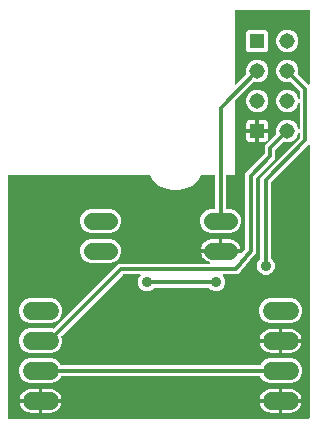
<source format=gbr>
G04 EAGLE Gerber RS-274X export*
G75*
%MOMM*%
%FSLAX34Y34*%
%LPD*%
%INBottom Copper*%
%IPPOS*%
%AMOC8*
5,1,8,0,0,1.08239X$1,22.5*%
G01*
%ADD10C,1.422400*%
%ADD11C,1.524000*%
%ADD12R,1.308000X1.308000*%
%ADD13C,1.308000*%
%ADD14C,0.304800*%
%ADD15C,0.914400*%

G36*
X265198Y10164D02*
X265198Y10164D01*
X265217Y10162D01*
X265319Y10184D01*
X265421Y10200D01*
X265438Y10210D01*
X265458Y10214D01*
X265547Y10267D01*
X265638Y10316D01*
X265652Y10330D01*
X265669Y10340D01*
X265736Y10419D01*
X265808Y10494D01*
X265816Y10512D01*
X265829Y10527D01*
X265868Y10623D01*
X265911Y10717D01*
X265913Y10737D01*
X265921Y10755D01*
X265939Y10922D01*
X265939Y241125D01*
X265928Y241195D01*
X265926Y241267D01*
X265908Y241316D01*
X265900Y241367D01*
X265866Y241431D01*
X265841Y241498D01*
X265809Y241539D01*
X265784Y241585D01*
X265732Y241634D01*
X265688Y241690D01*
X265644Y241718D01*
X265606Y241754D01*
X265541Y241784D01*
X265481Y241823D01*
X265430Y241836D01*
X265383Y241858D01*
X265312Y241866D01*
X265242Y241883D01*
X265190Y241879D01*
X265139Y241885D01*
X265068Y241870D01*
X264997Y241864D01*
X264949Y241844D01*
X264898Y241833D01*
X264837Y241796D01*
X264771Y241768D01*
X264715Y241723D01*
X264687Y241706D01*
X264672Y241689D01*
X264640Y241663D01*
X264053Y241076D01*
X233650Y210673D01*
X233597Y210599D01*
X233537Y210529D01*
X233525Y210499D01*
X233506Y210473D01*
X233479Y210386D01*
X233445Y210301D01*
X233441Y210260D01*
X233434Y210238D01*
X233435Y210206D01*
X233427Y210135D01*
X233427Y146220D01*
X233441Y146130D01*
X233449Y146039D01*
X233461Y146009D01*
X233466Y145977D01*
X233509Y145896D01*
X233545Y145813D01*
X233571Y145780D01*
X233582Y145760D01*
X233605Y145738D01*
X233650Y145682D01*
X235315Y144017D01*
X236475Y141216D01*
X236475Y138184D01*
X235315Y135383D01*
X233171Y133239D01*
X230370Y132079D01*
X227338Y132079D01*
X224537Y133239D01*
X222393Y135383D01*
X221233Y138184D01*
X221233Y141216D01*
X222393Y144017D01*
X224058Y145682D01*
X224111Y145756D01*
X224171Y145825D01*
X224183Y145855D01*
X224202Y145881D01*
X224229Y145968D01*
X224263Y146053D01*
X224267Y146094D01*
X224274Y146116D01*
X224273Y146149D01*
X224281Y146220D01*
X224281Y214238D01*
X257586Y247543D01*
X257639Y247617D01*
X257699Y247687D01*
X257711Y247717D01*
X257730Y247743D01*
X257757Y247830D01*
X257791Y247915D01*
X257795Y247956D01*
X257802Y247978D01*
X257801Y248010D01*
X257809Y248081D01*
X257809Y251364D01*
X257794Y251460D01*
X257784Y251557D01*
X257774Y251581D01*
X257770Y251607D01*
X257724Y251693D01*
X257684Y251782D01*
X257667Y251801D01*
X257654Y251824D01*
X257584Y251891D01*
X257518Y251963D01*
X257495Y251976D01*
X257476Y251994D01*
X257388Y252035D01*
X257302Y252082D01*
X257277Y252086D01*
X257253Y252097D01*
X257156Y252108D01*
X257060Y252125D01*
X257034Y252121D01*
X257009Y252124D01*
X256913Y252104D01*
X256817Y252089D01*
X256794Y252078D01*
X256768Y252072D01*
X256685Y252022D01*
X256598Y251978D01*
X256579Y251959D01*
X256557Y251946D01*
X256494Y251872D01*
X256426Y251802D01*
X256410Y251774D01*
X256397Y251759D01*
X256385Y251728D01*
X256345Y251655D01*
X255004Y248418D01*
X252307Y245721D01*
X248782Y244261D01*
X244968Y244261D01*
X244579Y244422D01*
X244466Y244449D01*
X244352Y244478D01*
X244345Y244477D01*
X244339Y244479D01*
X244223Y244468D01*
X244106Y244458D01*
X244101Y244456D01*
X244094Y244455D01*
X243987Y244408D01*
X243880Y244362D01*
X243874Y244358D01*
X243870Y244355D01*
X243856Y244343D01*
X243749Y244257D01*
X237206Y237714D01*
X237153Y237640D01*
X237093Y237570D01*
X237081Y237540D01*
X237062Y237514D01*
X237035Y237427D01*
X237001Y237342D01*
X236997Y237301D01*
X236990Y237279D01*
X236991Y237247D01*
X236983Y237176D01*
X236983Y230516D01*
X220696Y214229D01*
X220643Y214155D01*
X220583Y214085D01*
X220571Y214055D01*
X220552Y214029D01*
X220525Y213942D01*
X220491Y213857D01*
X220487Y213816D01*
X220480Y213794D01*
X220481Y213762D01*
X220473Y213691D01*
X220473Y152664D01*
X220477Y152637D01*
X220476Y152589D01*
X220638Y150963D01*
X220618Y150929D01*
X220583Y150888D01*
X220557Y150823D01*
X220522Y150763D01*
X220511Y150710D01*
X220491Y150660D01*
X220479Y150551D01*
X220473Y150522D01*
X220475Y150511D01*
X220474Y150507D01*
X219320Y149353D01*
X219304Y149331D01*
X219269Y149297D01*
X207945Y135482D01*
X207929Y135455D01*
X207910Y135434D01*
X207901Y135415D01*
X207883Y135394D01*
X207857Y135329D01*
X207822Y135269D01*
X207814Y135227D01*
X207806Y135211D01*
X207805Y135200D01*
X207791Y135166D01*
X207779Y135057D01*
X207773Y135028D01*
X207775Y135017D01*
X207774Y135013D01*
X206620Y133859D01*
X206604Y133838D01*
X206569Y133803D01*
X205534Y132540D01*
X205496Y132530D01*
X205442Y132525D01*
X205378Y132498D01*
X205311Y132480D01*
X205266Y132450D01*
X205216Y132429D01*
X205130Y132360D01*
X205106Y132344D01*
X205099Y132335D01*
X205096Y132333D01*
X203464Y132333D01*
X203437Y132329D01*
X203389Y132330D01*
X201763Y132168D01*
X201729Y132188D01*
X201688Y132223D01*
X201623Y132249D01*
X201563Y132284D01*
X201510Y132295D01*
X201460Y132315D01*
X201351Y132327D01*
X201322Y132333D01*
X201311Y132331D01*
X201293Y132333D01*
X192956Y132333D01*
X192885Y132322D01*
X192813Y132320D01*
X192764Y132302D01*
X192713Y132294D01*
X192650Y132260D01*
X192582Y132235D01*
X192542Y132203D01*
X192496Y132178D01*
X192446Y132126D01*
X192390Y132082D01*
X192362Y132038D01*
X192326Y132000D01*
X192296Y131935D01*
X192257Y131875D01*
X192245Y131824D01*
X192223Y131777D01*
X192215Y131706D01*
X192197Y131636D01*
X192201Y131584D01*
X192196Y131533D01*
X192211Y131462D01*
X192216Y131391D01*
X192237Y131343D01*
X192248Y131292D01*
X192285Y131231D01*
X192313Y131165D01*
X192358Y131109D01*
X192374Y131081D01*
X192392Y131066D01*
X192418Y131034D01*
X193405Y130047D01*
X194565Y127246D01*
X194565Y124214D01*
X193405Y121413D01*
X191261Y119269D01*
X188460Y118109D01*
X185428Y118109D01*
X182627Y119269D01*
X180962Y120934D01*
X180888Y120987D01*
X180819Y121047D01*
X180789Y121059D01*
X180763Y121078D01*
X180676Y121105D01*
X180591Y121139D01*
X180550Y121143D01*
X180528Y121150D01*
X180495Y121149D01*
X180424Y121157D01*
X134790Y121157D01*
X134700Y121143D01*
X134609Y121135D01*
X134579Y121123D01*
X134547Y121118D01*
X134466Y121075D01*
X134383Y121039D01*
X134350Y121013D01*
X134330Y121002D01*
X134308Y120979D01*
X134252Y120934D01*
X132587Y119269D01*
X129786Y118109D01*
X126754Y118109D01*
X123953Y119269D01*
X121809Y121413D01*
X120649Y124214D01*
X120649Y127246D01*
X121809Y130047D01*
X122796Y131034D01*
X122838Y131092D01*
X122888Y131144D01*
X122910Y131191D01*
X122940Y131233D01*
X122961Y131302D01*
X122991Y131367D01*
X122997Y131419D01*
X123012Y131469D01*
X123010Y131540D01*
X123018Y131611D01*
X123007Y131662D01*
X123006Y131714D01*
X122981Y131782D01*
X122966Y131852D01*
X122939Y131897D01*
X122922Y131945D01*
X122877Y132001D01*
X122840Y132063D01*
X122800Y132097D01*
X122768Y132137D01*
X122708Y132176D01*
X122653Y132223D01*
X122605Y132242D01*
X122561Y132270D01*
X122491Y132288D01*
X122425Y132315D01*
X122354Y132323D01*
X122322Y132331D01*
X122299Y132329D01*
X122258Y132333D01*
X108127Y132333D01*
X108037Y132319D01*
X107946Y132311D01*
X107917Y132299D01*
X107885Y132294D01*
X107804Y132251D01*
X107720Y132215D01*
X107688Y132189D01*
X107667Y132178D01*
X107645Y132155D01*
X107589Y132110D01*
X55990Y80512D01*
X55922Y80417D01*
X55853Y80323D01*
X55851Y80317D01*
X55847Y80312D01*
X55813Y80200D01*
X55776Y80089D01*
X55776Y80083D01*
X55775Y80077D01*
X55778Y79960D01*
X55779Y79843D01*
X55781Y79836D01*
X55781Y79831D01*
X55787Y79814D01*
X55825Y79682D01*
X56389Y78322D01*
X56389Y74078D01*
X54765Y70157D01*
X51763Y67155D01*
X47842Y65531D01*
X28358Y65531D01*
X24437Y67155D01*
X21435Y70157D01*
X19811Y74078D01*
X19811Y78322D01*
X21435Y82243D01*
X24437Y85245D01*
X28358Y86869D01*
X47842Y86869D01*
X48484Y86603D01*
X48597Y86576D01*
X48711Y86548D01*
X48717Y86548D01*
X48723Y86547D01*
X48840Y86558D01*
X48956Y86567D01*
X48962Y86569D01*
X48968Y86570D01*
X49076Y86618D01*
X49182Y86663D01*
X49188Y86668D01*
X49193Y86670D01*
X49206Y86683D01*
X49313Y86768D01*
X104024Y141479D01*
X180965Y141479D01*
X181029Y141489D01*
X181093Y141490D01*
X181149Y141509D01*
X181208Y141518D01*
X181265Y141549D01*
X181326Y141570D01*
X181373Y141606D01*
X181425Y141634D01*
X181470Y141680D01*
X181521Y141720D01*
X181554Y141769D01*
X181595Y141812D01*
X181622Y141870D01*
X181658Y141924D01*
X181673Y141981D01*
X181698Y142035D01*
X181705Y142099D01*
X181722Y142161D01*
X181719Y142220D01*
X181725Y142279D01*
X181712Y142342D01*
X181708Y142407D01*
X181686Y142462D01*
X181673Y142520D01*
X181640Y142575D01*
X181616Y142635D01*
X181577Y142680D01*
X181547Y142731D01*
X181498Y142773D01*
X181456Y142822D01*
X181405Y142852D01*
X181360Y142891D01*
X181300Y142915D01*
X181245Y142948D01*
X181196Y142961D01*
X181185Y142966D01*
X179683Y143454D01*
X178329Y144144D01*
X177100Y145037D01*
X176025Y146112D01*
X175132Y147341D01*
X174442Y148695D01*
X173973Y150140D01*
X173856Y150877D01*
X189738Y150877D01*
X189758Y150880D01*
X189777Y150878D01*
X189879Y150900D01*
X189981Y150917D01*
X189998Y150926D01*
X190018Y150930D01*
X190107Y150983D01*
X190198Y151032D01*
X190212Y151046D01*
X190229Y151056D01*
X190296Y151135D01*
X190367Y151210D01*
X190376Y151228D01*
X190389Y151243D01*
X190427Y151339D01*
X190471Y151433D01*
X190473Y151453D01*
X190481Y151471D01*
X190499Y151638D01*
X190499Y152401D01*
X190501Y152401D01*
X190501Y151638D01*
X190504Y151618D01*
X190502Y151599D01*
X190524Y151497D01*
X190541Y151395D01*
X190550Y151378D01*
X190554Y151358D01*
X190607Y151269D01*
X190656Y151178D01*
X190670Y151164D01*
X190680Y151147D01*
X190759Y151080D01*
X190834Y151009D01*
X190852Y151000D01*
X190867Y150987D01*
X190963Y150948D01*
X191057Y150905D01*
X191077Y150903D01*
X191095Y150895D01*
X191262Y150877D01*
X207235Y150877D01*
X207257Y150833D01*
X207282Y150759D01*
X207310Y150723D01*
X207330Y150682D01*
X207384Y150626D01*
X207432Y150564D01*
X207469Y150538D01*
X207501Y150506D01*
X207571Y150470D01*
X207636Y150427D01*
X207680Y150415D01*
X207720Y150394D01*
X207798Y150382D01*
X207873Y150362D01*
X207918Y150364D01*
X207964Y150357D01*
X208041Y150371D01*
X208118Y150376D01*
X208161Y150393D01*
X208206Y150401D01*
X208274Y150438D01*
X208347Y150467D01*
X208382Y150497D01*
X208422Y150519D01*
X208520Y150615D01*
X208534Y150627D01*
X208536Y150631D01*
X208542Y150636D01*
X211155Y153824D01*
X211182Y153871D01*
X211217Y153912D01*
X211243Y153977D01*
X211278Y154037D01*
X211289Y154090D01*
X211309Y154140D01*
X211321Y154249D01*
X211327Y154278D01*
X211325Y154289D01*
X211327Y154307D01*
X211327Y217794D01*
X227614Y234081D01*
X227667Y234155D01*
X227727Y234225D01*
X227739Y234255D01*
X227758Y234281D01*
X227785Y234368D01*
X227819Y234453D01*
X227823Y234494D01*
X227830Y234516D01*
X227829Y234548D01*
X227837Y234619D01*
X227837Y241279D01*
X230739Y244181D01*
X237282Y250724D01*
X237350Y250818D01*
X237420Y250913D01*
X237422Y250919D01*
X237426Y250924D01*
X237460Y251035D01*
X237496Y251147D01*
X237496Y251153D01*
X237498Y251159D01*
X237495Y251276D01*
X237494Y251393D01*
X237492Y251400D01*
X237492Y251405D01*
X237486Y251422D01*
X237447Y251554D01*
X237286Y251943D01*
X237286Y255757D01*
X238746Y259282D01*
X241443Y261979D01*
X244968Y263439D01*
X248782Y263439D01*
X252307Y261979D01*
X255004Y259282D01*
X256345Y256045D01*
X256396Y255962D01*
X256442Y255876D01*
X256461Y255858D01*
X256474Y255836D01*
X256549Y255773D01*
X256620Y255706D01*
X256644Y255695D01*
X256664Y255679D01*
X256755Y255644D01*
X256843Y255603D01*
X256869Y255600D01*
X256893Y255591D01*
X256991Y255586D01*
X257087Y255576D01*
X257113Y255581D01*
X257139Y255580D01*
X257233Y255607D01*
X257328Y255628D01*
X257350Y255641D01*
X257375Y255649D01*
X257455Y255704D01*
X257539Y255754D01*
X257556Y255774D01*
X257577Y255789D01*
X257636Y255867D01*
X257699Y255941D01*
X257709Y255965D01*
X257724Y255986D01*
X257754Y256079D01*
X257791Y256169D01*
X257794Y256202D01*
X257800Y256220D01*
X257800Y256253D01*
X257809Y256336D01*
X257809Y276764D01*
X257794Y276860D01*
X257784Y276957D01*
X257774Y276981D01*
X257770Y277007D01*
X257724Y277093D01*
X257684Y277182D01*
X257667Y277201D01*
X257654Y277224D01*
X257584Y277291D01*
X257518Y277363D01*
X257495Y277376D01*
X257476Y277394D01*
X257388Y277435D01*
X257302Y277482D01*
X257277Y277486D01*
X257253Y277497D01*
X257156Y277508D01*
X257060Y277525D01*
X257034Y277521D01*
X257009Y277524D01*
X256913Y277504D01*
X256817Y277489D01*
X256794Y277478D01*
X256768Y277472D01*
X256685Y277422D01*
X256598Y277378D01*
X256579Y277359D01*
X256557Y277346D01*
X256494Y277272D01*
X256426Y277202D01*
X256410Y277174D01*
X256397Y277159D01*
X256385Y277128D01*
X256345Y277055D01*
X255004Y273818D01*
X252307Y271121D01*
X248782Y269661D01*
X244968Y269661D01*
X241443Y271121D01*
X238746Y273818D01*
X237286Y277343D01*
X237286Y281157D01*
X238746Y284682D01*
X241443Y287379D01*
X244968Y288839D01*
X248782Y288839D01*
X252307Y287379D01*
X255004Y284682D01*
X256345Y281445D01*
X256396Y281362D01*
X256442Y281276D01*
X256461Y281258D01*
X256474Y281236D01*
X256549Y281173D01*
X256620Y281106D01*
X256644Y281095D01*
X256664Y281079D01*
X256755Y281044D01*
X256843Y281003D01*
X256869Y281000D01*
X256893Y280991D01*
X256991Y280986D01*
X257087Y280976D01*
X257113Y280981D01*
X257139Y280980D01*
X257233Y281007D01*
X257328Y281028D01*
X257350Y281041D01*
X257375Y281049D01*
X257455Y281104D01*
X257539Y281154D01*
X257556Y281174D01*
X257577Y281189D01*
X257636Y281267D01*
X257699Y281341D01*
X257709Y281365D01*
X257724Y281386D01*
X257754Y281479D01*
X257791Y281569D01*
X257794Y281602D01*
X257800Y281620D01*
X257800Y281653D01*
X257809Y281736D01*
X257809Y286934D01*
X257795Y287024D01*
X257787Y287115D01*
X257775Y287144D01*
X257770Y287176D01*
X257727Y287257D01*
X257691Y287341D01*
X257665Y287373D01*
X257654Y287394D01*
X257631Y287416D01*
X257586Y287472D01*
X250001Y295057D01*
X249907Y295125D01*
X249812Y295195D01*
X249806Y295197D01*
X249801Y295201D01*
X249690Y295235D01*
X249578Y295271D01*
X249572Y295271D01*
X249566Y295273D01*
X249449Y295270D01*
X249332Y295269D01*
X249325Y295267D01*
X249320Y295267D01*
X249303Y295261D01*
X249171Y295222D01*
X248782Y295061D01*
X244968Y295061D01*
X241443Y296521D01*
X238746Y299218D01*
X237286Y302743D01*
X237286Y306557D01*
X238746Y310082D01*
X241443Y312779D01*
X244968Y314239D01*
X248782Y314239D01*
X252307Y312779D01*
X255004Y310082D01*
X256464Y306557D01*
X256464Y302743D01*
X256303Y302354D01*
X256276Y302241D01*
X256247Y302127D01*
X256248Y302120D01*
X256246Y302114D01*
X256257Y301998D01*
X256267Y301881D01*
X256269Y301876D01*
X256270Y301869D01*
X256317Y301762D01*
X256363Y301655D01*
X256367Y301649D01*
X256370Y301645D01*
X256382Y301631D01*
X256468Y301524D01*
X264640Y293352D01*
X264698Y293310D01*
X264750Y293261D01*
X264797Y293239D01*
X264839Y293209D01*
X264908Y293187D01*
X264973Y293157D01*
X265025Y293151D01*
X265075Y293136D01*
X265146Y293138D01*
X265217Y293130D01*
X265268Y293141D01*
X265320Y293143D01*
X265388Y293167D01*
X265458Y293182D01*
X265502Y293209D01*
X265551Y293227D01*
X265607Y293272D01*
X265669Y293309D01*
X265703Y293348D01*
X265743Y293381D01*
X265782Y293441D01*
X265829Y293495D01*
X265848Y293544D01*
X265876Y293588D01*
X265894Y293657D01*
X265921Y293724D01*
X265929Y293795D01*
X265937Y293826D01*
X265935Y293849D01*
X265939Y293890D01*
X265939Y355600D01*
X265936Y355620D01*
X265938Y355639D01*
X265916Y355741D01*
X265900Y355843D01*
X265890Y355860D01*
X265886Y355880D01*
X265833Y355969D01*
X265784Y356060D01*
X265770Y356074D01*
X265760Y356091D01*
X265681Y356158D01*
X265606Y356230D01*
X265588Y356238D01*
X265573Y356251D01*
X265477Y356290D01*
X265383Y356333D01*
X265363Y356335D01*
X265345Y356343D01*
X265178Y356361D01*
X203200Y356361D01*
X203180Y356358D01*
X203161Y356360D01*
X203059Y356338D01*
X202957Y356322D01*
X202940Y356312D01*
X202920Y356308D01*
X202831Y356255D01*
X202740Y356206D01*
X202726Y356192D01*
X202709Y356182D01*
X202642Y356103D01*
X202571Y356028D01*
X202562Y356010D01*
X202549Y355995D01*
X202510Y355899D01*
X202467Y355805D01*
X202465Y355785D01*
X202457Y355767D01*
X202439Y355600D01*
X202439Y293918D01*
X202450Y293848D01*
X202452Y293776D01*
X202470Y293727D01*
X202479Y293676D01*
X202512Y293612D01*
X202537Y293545D01*
X202569Y293504D01*
X202594Y293458D01*
X202645Y293409D01*
X202690Y293353D01*
X202734Y293325D01*
X202772Y293289D01*
X202837Y293259D01*
X202897Y293220D01*
X202948Y293207D01*
X202995Y293185D01*
X203066Y293177D01*
X203136Y293160D01*
X203188Y293164D01*
X203239Y293158D01*
X203310Y293173D01*
X203381Y293179D01*
X203429Y293199D01*
X203480Y293210D01*
X203541Y293247D01*
X203607Y293275D01*
X203663Y293320D01*
X203691Y293337D01*
X203706Y293354D01*
X203738Y293380D01*
X211882Y301524D01*
X211950Y301618D01*
X212020Y301713D01*
X212022Y301719D01*
X212026Y301724D01*
X212060Y301835D01*
X212096Y301947D01*
X212096Y301953D01*
X212098Y301959D01*
X212095Y302076D01*
X212094Y302193D01*
X212092Y302200D01*
X212092Y302205D01*
X212085Y302222D01*
X212047Y302354D01*
X211886Y302743D01*
X211886Y306557D01*
X213346Y310082D01*
X216043Y312779D01*
X219568Y314239D01*
X223382Y314239D01*
X226907Y312779D01*
X229604Y310082D01*
X231064Y306557D01*
X231064Y302743D01*
X229604Y299218D01*
X226907Y296521D01*
X223382Y295061D01*
X219568Y295061D01*
X219179Y295222D01*
X219066Y295249D01*
X218952Y295278D01*
X218945Y295277D01*
X218939Y295279D01*
X218823Y295268D01*
X218706Y295258D01*
X218701Y295256D01*
X218694Y295255D01*
X218587Y295208D01*
X218480Y295162D01*
X218474Y295158D01*
X218470Y295155D01*
X218456Y295143D01*
X218349Y295057D01*
X202662Y279370D01*
X202609Y279296D01*
X202549Y279226D01*
X202537Y279196D01*
X202518Y279170D01*
X202491Y279083D01*
X202457Y278998D01*
X202453Y278957D01*
X202446Y278935D01*
X202447Y278903D01*
X202439Y278832D01*
X202439Y216661D01*
X195834Y216661D01*
X195814Y216658D01*
X195795Y216660D01*
X195693Y216638D01*
X195591Y216622D01*
X195574Y216612D01*
X195554Y216608D01*
X195465Y216555D01*
X195374Y216506D01*
X195360Y216492D01*
X195343Y216482D01*
X195276Y216403D01*
X195204Y216328D01*
X195196Y216310D01*
X195183Y216295D01*
X195144Y216199D01*
X195101Y216105D01*
X195099Y216085D01*
X195091Y216067D01*
X195073Y215900D01*
X195073Y188722D01*
X195076Y188702D01*
X195074Y188683D01*
X195096Y188581D01*
X195112Y188479D01*
X195122Y188462D01*
X195126Y188442D01*
X195179Y188353D01*
X195228Y188262D01*
X195242Y188248D01*
X195252Y188231D01*
X195331Y188164D01*
X195406Y188092D01*
X195424Y188084D01*
X195439Y188071D01*
X195535Y188032D01*
X195629Y187989D01*
X195649Y187987D01*
X195667Y187979D01*
X195834Y187961D01*
X199633Y187961D01*
X203368Y186414D01*
X206226Y183556D01*
X207773Y179821D01*
X207773Y175779D01*
X206226Y172044D01*
X203368Y169186D01*
X199633Y167639D01*
X181367Y167639D01*
X177632Y169186D01*
X174774Y172044D01*
X173227Y175779D01*
X173227Y179821D01*
X174774Y183556D01*
X177632Y186414D01*
X181367Y187961D01*
X185166Y187961D01*
X185186Y187964D01*
X185205Y187962D01*
X185307Y187984D01*
X185409Y188000D01*
X185426Y188010D01*
X185446Y188014D01*
X185535Y188067D01*
X185626Y188116D01*
X185640Y188130D01*
X185657Y188140D01*
X185724Y188219D01*
X185796Y188294D01*
X185804Y188312D01*
X185817Y188327D01*
X185856Y188423D01*
X185899Y188517D01*
X185901Y188537D01*
X185909Y188555D01*
X185927Y188722D01*
X185927Y215900D01*
X185924Y215920D01*
X185926Y215939D01*
X185904Y216041D01*
X185888Y216143D01*
X185878Y216160D01*
X185874Y216180D01*
X185821Y216269D01*
X185772Y216360D01*
X185758Y216374D01*
X185748Y216391D01*
X185669Y216458D01*
X185594Y216530D01*
X185576Y216538D01*
X185561Y216551D01*
X185465Y216590D01*
X185371Y216633D01*
X185351Y216635D01*
X185333Y216643D01*
X185166Y216661D01*
X175000Y216661D01*
X174933Y216650D01*
X174865Y216649D01*
X174812Y216631D01*
X174757Y216622D01*
X174697Y216590D01*
X174634Y216567D01*
X174589Y216533D01*
X174540Y216506D01*
X174493Y216457D01*
X174440Y216416D01*
X174393Y216352D01*
X174370Y216328D01*
X174362Y216309D01*
X174340Y216281D01*
X172534Y213151D01*
X167849Y208466D01*
X162112Y205154D01*
X155712Y203439D01*
X149088Y203439D01*
X142688Y205154D01*
X136951Y208466D01*
X132266Y213151D01*
X130460Y216281D01*
X130417Y216333D01*
X130382Y216391D01*
X130339Y216427D01*
X130304Y216471D01*
X130246Y216507D01*
X130195Y216551D01*
X130143Y216572D01*
X130095Y216602D01*
X130030Y216618D01*
X129967Y216643D01*
X129888Y216652D01*
X129856Y216659D01*
X129835Y216657D01*
X129800Y216661D01*
X10922Y216661D01*
X10902Y216658D01*
X10883Y216660D01*
X10781Y216638D01*
X10679Y216621D01*
X10662Y216612D01*
X10642Y216608D01*
X10553Y216555D01*
X10462Y216506D01*
X10448Y216492D01*
X10431Y216482D01*
X10364Y216403D01*
X10292Y216328D01*
X10284Y216310D01*
X10271Y216295D01*
X10232Y216199D01*
X10189Y216105D01*
X10187Y216085D01*
X10179Y216067D01*
X10161Y215900D01*
X10161Y10922D01*
X10164Y10902D01*
X10162Y10883D01*
X10184Y10781D01*
X10200Y10679D01*
X10210Y10662D01*
X10214Y10642D01*
X10267Y10553D01*
X10316Y10462D01*
X10330Y10448D01*
X10340Y10431D01*
X10419Y10364D01*
X10494Y10292D01*
X10512Y10284D01*
X10527Y10271D01*
X10623Y10232D01*
X10717Y10189D01*
X10737Y10187D01*
X10755Y10179D01*
X10922Y10161D01*
X265178Y10161D01*
X265198Y10164D01*
G37*
%LPC*%
G36*
X28358Y40131D02*
X28358Y40131D01*
X24437Y41755D01*
X21435Y44757D01*
X19811Y48678D01*
X19811Y52922D01*
X21435Y56843D01*
X24437Y59845D01*
X28358Y61469D01*
X47842Y61469D01*
X51763Y59845D01*
X54765Y56843D01*
X55179Y55843D01*
X55241Y55743D01*
X55301Y55643D01*
X55305Y55639D01*
X55309Y55634D01*
X55399Y55559D01*
X55487Y55483D01*
X55493Y55481D01*
X55498Y55477D01*
X55607Y55435D01*
X55716Y55391D01*
X55723Y55390D01*
X55728Y55389D01*
X55746Y55388D01*
X55882Y55373D01*
X223518Y55373D01*
X223632Y55392D01*
X223749Y55409D01*
X223754Y55411D01*
X223760Y55412D01*
X223863Y55467D01*
X223968Y55520D01*
X223972Y55525D01*
X223978Y55528D01*
X224058Y55612D01*
X224140Y55696D01*
X224144Y55702D01*
X224147Y55706D01*
X224155Y55723D01*
X224221Y55843D01*
X224635Y56843D01*
X227637Y59845D01*
X231558Y61469D01*
X251042Y61469D01*
X254963Y59845D01*
X257965Y56843D01*
X259589Y52922D01*
X259589Y48678D01*
X257965Y44757D01*
X254963Y41755D01*
X251042Y40131D01*
X231558Y40131D01*
X227637Y41755D01*
X224635Y44757D01*
X224221Y45757D01*
X224159Y45857D01*
X224099Y45957D01*
X224095Y45961D01*
X224091Y45966D01*
X224001Y46041D01*
X223913Y46117D01*
X223907Y46119D01*
X223902Y46123D01*
X223793Y46165D01*
X223684Y46209D01*
X223677Y46210D01*
X223672Y46211D01*
X223654Y46212D01*
X223518Y46227D01*
X55882Y46227D01*
X55768Y46208D01*
X55651Y46191D01*
X55646Y46189D01*
X55640Y46188D01*
X55537Y46133D01*
X55432Y46080D01*
X55428Y46075D01*
X55422Y46072D01*
X55342Y45988D01*
X55260Y45904D01*
X55256Y45898D01*
X55253Y45894D01*
X55245Y45877D01*
X55179Y45757D01*
X54765Y44757D01*
X51763Y41755D01*
X47842Y40131D01*
X28358Y40131D01*
G37*
%LPD*%
%LPC*%
G36*
X231558Y90931D02*
X231558Y90931D01*
X227637Y92555D01*
X224635Y95557D01*
X223011Y99478D01*
X223011Y103722D01*
X224635Y107643D01*
X227637Y110645D01*
X231558Y112269D01*
X251042Y112269D01*
X254963Y110645D01*
X257965Y107643D01*
X259589Y103722D01*
X259589Y99478D01*
X257965Y95557D01*
X254963Y92555D01*
X251042Y90931D01*
X231558Y90931D01*
G37*
%LPD*%
%LPC*%
G36*
X28358Y90931D02*
X28358Y90931D01*
X24437Y92555D01*
X21435Y95557D01*
X19811Y99478D01*
X19811Y103722D01*
X21435Y107643D01*
X24437Y110645D01*
X28358Y112269D01*
X47842Y112269D01*
X51763Y110645D01*
X54765Y107643D01*
X56389Y103722D01*
X56389Y99478D01*
X54765Y95557D01*
X51763Y92555D01*
X47842Y90931D01*
X28358Y90931D01*
G37*
%LPD*%
%LPC*%
G36*
X79767Y167639D02*
X79767Y167639D01*
X76032Y169186D01*
X73174Y172044D01*
X71627Y175779D01*
X71627Y179821D01*
X73174Y183556D01*
X76032Y186414D01*
X79767Y187961D01*
X98033Y187961D01*
X101768Y186414D01*
X104626Y183556D01*
X106173Y179821D01*
X106173Y175779D01*
X104626Y172044D01*
X101768Y169186D01*
X98033Y167639D01*
X79767Y167639D01*
G37*
%LPD*%
%LPC*%
G36*
X79767Y142239D02*
X79767Y142239D01*
X76032Y143786D01*
X73174Y146644D01*
X71627Y150379D01*
X71627Y154421D01*
X73174Y158156D01*
X76032Y161014D01*
X79767Y162561D01*
X98033Y162561D01*
X101768Y161014D01*
X104626Y158156D01*
X106173Y154421D01*
X106173Y150379D01*
X104626Y146644D01*
X101768Y143786D01*
X98033Y142239D01*
X79767Y142239D01*
G37*
%LPD*%
%LPC*%
G36*
X213672Y320461D02*
X213672Y320461D01*
X211886Y322247D01*
X211886Y337853D01*
X213672Y339639D01*
X229278Y339639D01*
X231064Y337853D01*
X231064Y322247D01*
X229278Y320461D01*
X213672Y320461D01*
G37*
%LPD*%
%LPC*%
G36*
X244968Y320461D02*
X244968Y320461D01*
X241443Y321921D01*
X238746Y324618D01*
X237286Y328143D01*
X237286Y331957D01*
X238746Y335482D01*
X241443Y338179D01*
X244968Y339639D01*
X248782Y339639D01*
X252307Y338179D01*
X255004Y335482D01*
X256464Y331957D01*
X256464Y328143D01*
X255004Y324618D01*
X252307Y321921D01*
X248782Y320461D01*
X244968Y320461D01*
G37*
%LPD*%
%LPC*%
G36*
X219568Y269661D02*
X219568Y269661D01*
X216043Y271121D01*
X213346Y273818D01*
X211886Y277343D01*
X211886Y281157D01*
X213346Y284682D01*
X216043Y287379D01*
X219568Y288839D01*
X223382Y288839D01*
X226907Y287379D01*
X229604Y284682D01*
X231064Y281157D01*
X231064Y277343D01*
X229604Y273818D01*
X226907Y271121D01*
X223382Y269661D01*
X219568Y269661D01*
G37*
%LPD*%
%LPC*%
G36*
X242823Y77723D02*
X242823Y77723D01*
X242823Y86361D01*
X249720Y86361D01*
X251299Y86111D01*
X252820Y85616D01*
X254245Y84890D01*
X255539Y83950D01*
X256670Y82819D01*
X257610Y81525D01*
X258336Y80100D01*
X258831Y78579D01*
X258966Y77723D01*
X242823Y77723D01*
G37*
%LPD*%
%LPC*%
G36*
X39623Y26923D02*
X39623Y26923D01*
X39623Y35561D01*
X46520Y35561D01*
X48099Y35311D01*
X49620Y34816D01*
X51045Y34090D01*
X52339Y33150D01*
X53470Y32019D01*
X54410Y30725D01*
X55136Y29300D01*
X55631Y27779D01*
X55766Y26923D01*
X39623Y26923D01*
G37*
%LPD*%
%LPC*%
G36*
X242823Y26923D02*
X242823Y26923D01*
X242823Y35561D01*
X249720Y35561D01*
X251299Y35311D01*
X252820Y34816D01*
X254245Y34090D01*
X255539Y33150D01*
X256670Y32019D01*
X257610Y30725D01*
X258336Y29300D01*
X258831Y27779D01*
X258966Y26923D01*
X242823Y26923D01*
G37*
%LPD*%
%LPC*%
G36*
X223634Y77723D02*
X223634Y77723D01*
X223769Y78579D01*
X224264Y80100D01*
X224990Y81525D01*
X225930Y82819D01*
X227061Y83950D01*
X228355Y84890D01*
X229780Y85616D01*
X231301Y86111D01*
X232880Y86361D01*
X239777Y86361D01*
X239777Y77723D01*
X223634Y77723D01*
G37*
%LPD*%
%LPC*%
G36*
X223634Y26923D02*
X223634Y26923D01*
X223769Y27779D01*
X224264Y29300D01*
X224990Y30725D01*
X225930Y32019D01*
X227061Y33150D01*
X228355Y34090D01*
X229780Y34816D01*
X231301Y35311D01*
X232880Y35561D01*
X239777Y35561D01*
X239777Y26923D01*
X223634Y26923D01*
G37*
%LPD*%
%LPC*%
G36*
X20434Y26923D02*
X20434Y26923D01*
X20569Y27779D01*
X21064Y29300D01*
X21790Y30725D01*
X22730Y32019D01*
X23861Y33150D01*
X25155Y34090D01*
X26580Y34816D01*
X28101Y35311D01*
X29680Y35561D01*
X36577Y35561D01*
X36577Y26923D01*
X20434Y26923D01*
G37*
%LPD*%
%LPC*%
G36*
X242823Y66039D02*
X242823Y66039D01*
X242823Y74677D01*
X258966Y74677D01*
X258831Y73821D01*
X258336Y72300D01*
X257610Y70875D01*
X256670Y69581D01*
X255539Y68450D01*
X254245Y67510D01*
X252820Y66784D01*
X251299Y66289D01*
X249720Y66039D01*
X242823Y66039D01*
G37*
%LPD*%
%LPC*%
G36*
X242823Y15239D02*
X242823Y15239D01*
X242823Y23877D01*
X258966Y23877D01*
X258831Y23021D01*
X258336Y21500D01*
X257610Y20075D01*
X256670Y18781D01*
X255539Y17650D01*
X254245Y16710D01*
X252820Y15984D01*
X251299Y15489D01*
X249720Y15239D01*
X242823Y15239D01*
G37*
%LPD*%
%LPC*%
G36*
X39623Y15239D02*
X39623Y15239D01*
X39623Y23877D01*
X55766Y23877D01*
X55631Y23021D01*
X55136Y21500D01*
X54410Y20075D01*
X53470Y18781D01*
X52339Y17650D01*
X51045Y16710D01*
X49620Y15984D01*
X48099Y15489D01*
X46520Y15239D01*
X39623Y15239D01*
G37*
%LPD*%
%LPC*%
G36*
X232880Y66039D02*
X232880Y66039D01*
X231301Y66289D01*
X229780Y66784D01*
X228355Y67510D01*
X227061Y68450D01*
X225930Y69581D01*
X224990Y70875D01*
X224264Y72300D01*
X223769Y73821D01*
X223634Y74677D01*
X239777Y74677D01*
X239777Y66039D01*
X232880Y66039D01*
G37*
%LPD*%
%LPC*%
G36*
X232880Y15239D02*
X232880Y15239D01*
X231301Y15489D01*
X229780Y15984D01*
X228355Y16710D01*
X227061Y17650D01*
X225930Y18781D01*
X224990Y20075D01*
X224264Y21500D01*
X223769Y23021D01*
X223634Y23877D01*
X239777Y23877D01*
X239777Y15239D01*
X232880Y15239D01*
G37*
%LPD*%
%LPC*%
G36*
X29680Y15239D02*
X29680Y15239D01*
X28101Y15489D01*
X26580Y15984D01*
X25155Y16710D01*
X23861Y17650D01*
X22730Y18781D01*
X21790Y20075D01*
X21064Y21500D01*
X20569Y23021D01*
X20434Y23877D01*
X36577Y23877D01*
X36577Y15239D01*
X29680Y15239D01*
G37*
%LPD*%
%LPC*%
G36*
X192023Y153923D02*
X192023Y153923D01*
X192023Y162053D01*
X198372Y162053D01*
X199872Y161815D01*
X201317Y161346D01*
X202671Y160656D01*
X203900Y159763D01*
X204975Y158688D01*
X205868Y157459D01*
X206558Y156105D01*
X207027Y154660D01*
X207144Y153923D01*
X192023Y153923D01*
G37*
%LPD*%
%LPC*%
G36*
X173856Y153923D02*
X173856Y153923D01*
X173973Y154660D01*
X174442Y156105D01*
X175132Y157459D01*
X176025Y158688D01*
X177100Y159763D01*
X178329Y160656D01*
X179683Y161346D01*
X181128Y161815D01*
X182628Y162053D01*
X188977Y162053D01*
X188977Y153923D01*
X173856Y153923D01*
G37*
%LPD*%
%LPC*%
G36*
X222998Y255373D02*
X222998Y255373D01*
X222998Y262931D01*
X228349Y262931D01*
X228996Y262758D01*
X229575Y262423D01*
X230048Y261950D01*
X230383Y261371D01*
X230556Y260724D01*
X230556Y255373D01*
X222998Y255373D01*
G37*
%LPD*%
%LPC*%
G36*
X212394Y255373D02*
X212394Y255373D01*
X212394Y260724D01*
X212567Y261371D01*
X212902Y261950D01*
X213375Y262423D01*
X213954Y262758D01*
X214601Y262931D01*
X219952Y262931D01*
X219952Y255373D01*
X212394Y255373D01*
G37*
%LPD*%
%LPC*%
G36*
X222998Y244769D02*
X222998Y244769D01*
X222998Y252327D01*
X230556Y252327D01*
X230556Y246976D01*
X230383Y246329D01*
X230048Y245750D01*
X229575Y245277D01*
X228996Y244942D01*
X228349Y244769D01*
X222998Y244769D01*
G37*
%LPD*%
%LPC*%
G36*
X214601Y244769D02*
X214601Y244769D01*
X213954Y244942D01*
X213375Y245277D01*
X212902Y245750D01*
X212567Y246329D01*
X212394Y246976D01*
X212394Y252327D01*
X219952Y252327D01*
X219952Y244769D01*
X214601Y244769D01*
G37*
%LPD*%
%LPC*%
G36*
X221474Y253849D02*
X221474Y253849D01*
X221474Y253851D01*
X221476Y253851D01*
X221476Y253849D01*
X221474Y253849D01*
G37*
%LPD*%
%LPC*%
G36*
X241299Y76199D02*
X241299Y76199D01*
X241299Y76201D01*
X241301Y76201D01*
X241301Y76199D01*
X241299Y76199D01*
G37*
%LPD*%
%LPC*%
G36*
X241299Y25399D02*
X241299Y25399D01*
X241299Y25401D01*
X241301Y25401D01*
X241301Y25399D01*
X241299Y25399D01*
G37*
%LPD*%
%LPC*%
G36*
X38099Y25399D02*
X38099Y25399D01*
X38099Y25401D01*
X38101Y25401D01*
X38101Y25399D01*
X38099Y25399D01*
G37*
%LPD*%
D10*
X81788Y152400D02*
X96012Y152400D01*
X96012Y177800D02*
X81788Y177800D01*
X183388Y152400D02*
X197612Y152400D01*
X197612Y177800D02*
X183388Y177800D01*
D11*
X45720Y101600D02*
X30480Y101600D01*
X30480Y76200D02*
X45720Y76200D01*
X45720Y50800D02*
X30480Y50800D01*
X30480Y25400D02*
X45720Y25400D01*
X233680Y101600D02*
X248920Y101600D01*
X248920Y76200D02*
X233680Y76200D01*
X233680Y50800D02*
X248920Y50800D01*
X248920Y25400D02*
X233680Y25400D01*
D12*
X221475Y253850D03*
X221475Y330050D03*
D13*
X221475Y279250D03*
X221475Y304650D03*
X246875Y304650D03*
X246875Y279250D03*
X246875Y253850D03*
X246875Y330050D03*
D14*
X203200Y136906D02*
X105918Y136906D01*
X45212Y76200D01*
X38100Y76200D01*
X203200Y136906D02*
X215900Y152400D01*
X215900Y215900D01*
X232410Y232410D01*
X232410Y239385D02*
X246875Y253850D01*
X232410Y239385D02*
X232410Y232410D01*
X241300Y50800D02*
X38100Y50800D01*
X228854Y139700D02*
X228854Y212344D01*
X262382Y245872D01*
X186944Y125730D02*
X128270Y125730D01*
D15*
X228854Y139700D03*
X128270Y125730D03*
X186944Y125730D03*
D14*
X262382Y245872D02*
X262382Y289143D01*
X246875Y304650D01*
X221475Y304650D02*
X190500Y273675D01*
X190500Y177800D01*
M02*

</source>
